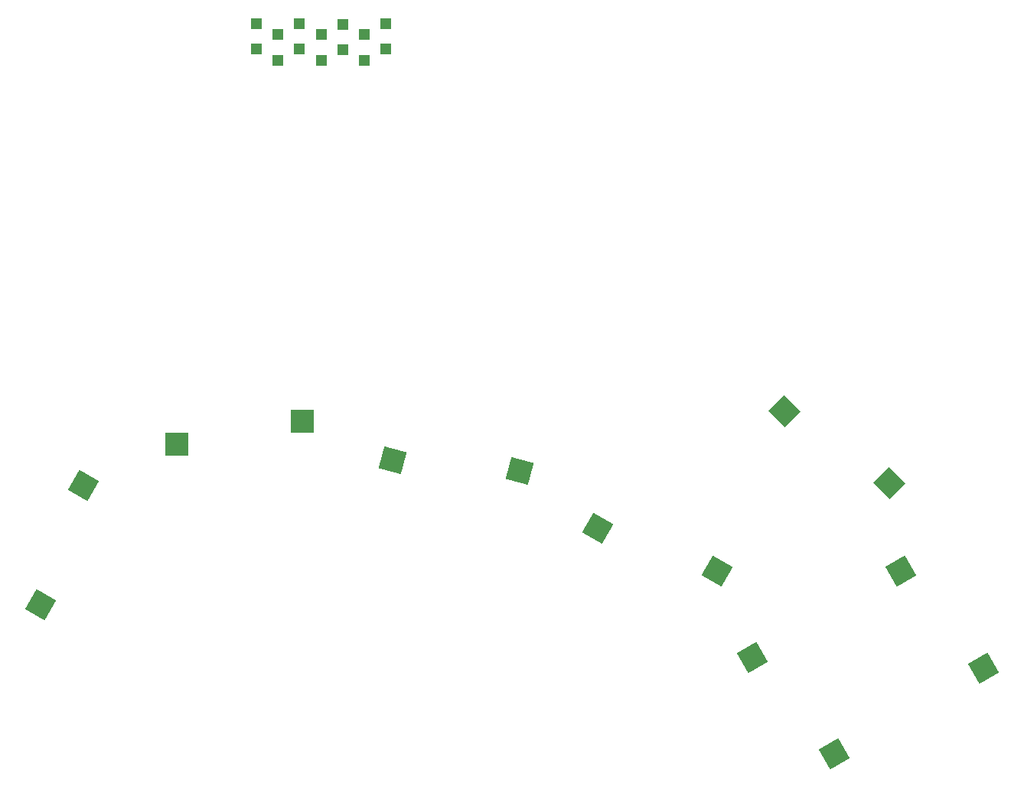
<source format=gbr>
%TF.GenerationSoftware,KiCad,Pcbnew,6.0.4*%
%TF.CreationDate,2022-05-08T18:55:17+02:00*%
%TF.ProjectId,mykeeb-adapter,6d796b65-6562-42d6-9164-61707465722e,rev?*%
%TF.SameCoordinates,Original*%
%TF.FileFunction,Paste,Bot*%
%TF.FilePolarity,Positive*%
%FSLAX46Y46*%
G04 Gerber Fmt 4.6, Leading zero omitted, Abs format (unit mm)*
G04 Created by KiCad (PCBNEW 6.0.4) date 2022-05-08 18:55:17*
%MOMM*%
%LPD*%
G01*
G04 APERTURE LIST*
G04 Aperture macros list*
%AMRotRect*
0 Rectangle, with rotation*
0 The origin of the aperture is its center*
0 $1 length*
0 $2 width*
0 $3 Rotation angle, in degrees counterclockwise*
0 Add horizontal line*
21,1,$1,$2,0,0,$3*%
G04 Aperture macros list end*
%ADD10RotRect,2.550000X2.500000X315.000000*%
%ADD11RotRect,2.550000X2.500000X300.000000*%
%ADD12R,1.200000X1.200000*%
%ADD13R,2.550000X2.500000*%
%ADD14RotRect,2.550000X2.500000X345.000000*%
%ADD15RotRect,2.550000X2.500000X60.000000*%
%ADD16RotRect,2.550000X2.500000X330.000000*%
G04 APERTURE END LIST*
D10*
%TO.C,K46*%
X144882862Y-114521899D03*
X156472342Y-122519276D03*
%TD*%
D11*
%TO.C,K45*%
X157781639Y-132228751D03*
X166906343Y-142953203D03*
%TD*%
D12*
%TO.C,D46*%
X86463501Y-71629023D03*
X86463501Y-74429023D03*
%TD*%
%TO.C,D45*%
X88844753Y-72819649D03*
X88844753Y-75619649D03*
%TD*%
%TO.C,D43*%
X93607257Y-72819649D03*
X93607257Y-75619649D03*
%TD*%
D13*
%TO.C,K41*%
X77649133Y-118189470D03*
X91499133Y-115649470D03*
%TD*%
D12*
%TO.C,D44*%
X91226005Y-71629023D03*
X91226005Y-74429023D03*
%TD*%
D14*
%TO.C,K42*%
X101551805Y-119960279D03*
X115587278Y-121091472D03*
%TD*%
D11*
%TO.C,K44*%
X141283841Y-141753759D03*
X150408545Y-152478211D03*
%TD*%
D15*
%TO.C,K40*%
X62571648Y-135979595D03*
X67296944Y-122715143D03*
%TD*%
D12*
%TO.C,D42*%
X95988509Y-71678771D03*
X95988509Y-74478771D03*
%TD*%
D16*
%TO.C,K43*%
X124172186Y-127460765D03*
X137436638Y-132186061D03*
%TD*%
D12*
%TO.C,D41*%
X98369761Y-72819649D03*
X98369761Y-75619649D03*
%TD*%
%TO.C,D40*%
X100751013Y-71629023D03*
X100751013Y-74429023D03*
%TD*%
M02*

</source>
